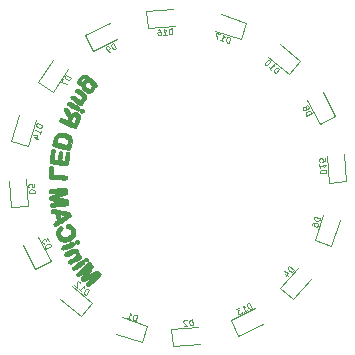
<source format=gbr>
G04 #@! TF.GenerationSoftware,KiCad,Pcbnew,(5.1.4)-1*
G04 #@! TF.CreationDate,2020-07-29T22:37:46-07:00*
G04 #@! TF.ProjectId,Kicad LED Rings_Circular_final_V2,4b696361-6420-44c4-9544-2052696e6773,rev?*
G04 #@! TF.SameCoordinates,Original*
G04 #@! TF.FileFunction,Legend,Bot*
G04 #@! TF.FilePolarity,Positive*
%FSLAX46Y46*%
G04 Gerber Fmt 4.6, Leading zero omitted, Abs format (unit mm)*
G04 Created by KiCad (PCBNEW (5.1.4)-1) date 2020-07-29 22:37:46*
%MOMM*%
%LPD*%
G04 APERTURE LIST*
%ADD10C,0.010000*%
%ADD11C,0.100000*%
G04 APERTURE END LIST*
D10*
G36*
X100435511Y-81966232D02*
G01*
X100421904Y-81892284D01*
X100390016Y-81837667D01*
X100332314Y-81797093D01*
X100241263Y-81765276D01*
X100109329Y-81736930D01*
X99928977Y-81706767D01*
X99927865Y-81706591D01*
X99780136Y-81683409D01*
X99650314Y-81663477D01*
X99549564Y-81648476D01*
X99489055Y-81640087D01*
X99478817Y-81638974D01*
X99489037Y-81629318D01*
X99544793Y-81604705D01*
X99638161Y-81568280D01*
X99761214Y-81523189D01*
X99845706Y-81493384D01*
X99992122Y-81440631D01*
X100122524Y-81390314D01*
X100226112Y-81346852D01*
X100292086Y-81314665D01*
X100307163Y-81304571D01*
X100336704Y-81267131D01*
X100350129Y-81212392D01*
X100350529Y-81123843D01*
X100348346Y-81084657D01*
X100334350Y-80959653D01*
X100305859Y-80880905D01*
X100254198Y-80838527D01*
X100170690Y-80822629D01*
X100117417Y-80821496D01*
X100009399Y-80825019D01*
X99870342Y-80833708D01*
X99710030Y-80846508D01*
X99538247Y-80862365D01*
X99364777Y-80880225D01*
X99199404Y-80899031D01*
X99051911Y-80917730D01*
X98932084Y-80935266D01*
X98849705Y-80950585D01*
X98815336Y-80961868D01*
X98778453Y-81024772D01*
X98774017Y-81107889D01*
X98799921Y-81186803D01*
X98838372Y-81228791D01*
X98868900Y-81244725D01*
X98908417Y-81254268D01*
X98966431Y-81257439D01*
X99052455Y-81254257D01*
X99175999Y-81244742D01*
X99337323Y-81229801D01*
X99487084Y-81216015D01*
X99615630Y-81205307D01*
X99713137Y-81198407D01*
X99769779Y-81196042D01*
X99779977Y-81196960D01*
X99757600Y-81207628D01*
X99690092Y-81231264D01*
X99586469Y-81264904D01*
X99455749Y-81305584D01*
X99375652Y-81329860D01*
X99188269Y-81387816D01*
X99048770Y-81436167D01*
X98950309Y-81479115D01*
X98886039Y-81520861D01*
X98849116Y-81565606D01*
X98832691Y-81617551D01*
X98829706Y-81664883D01*
X98833514Y-81729224D01*
X98849561Y-81779274D01*
X98884789Y-81818142D01*
X98946134Y-81848941D01*
X99040535Y-81874780D01*
X99174933Y-81898771D01*
X99356265Y-81924025D01*
X99428292Y-81933256D01*
X99916262Y-81995056D01*
X99492928Y-82030918D01*
X99302392Y-82047814D01*
X99160134Y-82063025D01*
X99058110Y-82078578D01*
X98988276Y-82096498D01*
X98942589Y-82118812D01*
X98913004Y-82147544D01*
X98892766Y-82182054D01*
X98875580Y-82267515D01*
X98898650Y-82347535D01*
X98954597Y-82402210D01*
X98977634Y-82410946D01*
X99030475Y-82414567D01*
X99128091Y-82411915D01*
X99260487Y-82403995D01*
X99417668Y-82391814D01*
X99589641Y-82376377D01*
X99766410Y-82358689D01*
X99937981Y-82339757D01*
X100094359Y-82320587D01*
X100225551Y-82302183D01*
X100321561Y-82285553D01*
X100372394Y-82271700D01*
X100374873Y-82270343D01*
X100411628Y-82238686D01*
X100430879Y-82191954D01*
X100437850Y-82113238D01*
X100438373Y-82064796D01*
X100435511Y-81966232D01*
X100435511Y-81966232D01*
G37*
X100435511Y-81966232D02*
X100421904Y-81892284D01*
X100390016Y-81837667D01*
X100332314Y-81797093D01*
X100241263Y-81765276D01*
X100109329Y-81736930D01*
X99928977Y-81706767D01*
X99927865Y-81706591D01*
X99780136Y-81683409D01*
X99650314Y-81663477D01*
X99549564Y-81648476D01*
X99489055Y-81640087D01*
X99478817Y-81638974D01*
X99489037Y-81629318D01*
X99544793Y-81604705D01*
X99638161Y-81568280D01*
X99761214Y-81523189D01*
X99845706Y-81493384D01*
X99992122Y-81440631D01*
X100122524Y-81390314D01*
X100226112Y-81346852D01*
X100292086Y-81314665D01*
X100307163Y-81304571D01*
X100336704Y-81267131D01*
X100350129Y-81212392D01*
X100350529Y-81123843D01*
X100348346Y-81084657D01*
X100334350Y-80959653D01*
X100305859Y-80880905D01*
X100254198Y-80838527D01*
X100170690Y-80822629D01*
X100117417Y-80821496D01*
X100009399Y-80825019D01*
X99870342Y-80833708D01*
X99710030Y-80846508D01*
X99538247Y-80862365D01*
X99364777Y-80880225D01*
X99199404Y-80899031D01*
X99051911Y-80917730D01*
X98932084Y-80935266D01*
X98849705Y-80950585D01*
X98815336Y-80961868D01*
X98778453Y-81024772D01*
X98774017Y-81107889D01*
X98799921Y-81186803D01*
X98838372Y-81228791D01*
X98868900Y-81244725D01*
X98908417Y-81254268D01*
X98966431Y-81257439D01*
X99052455Y-81254257D01*
X99175999Y-81244742D01*
X99337323Y-81229801D01*
X99487084Y-81216015D01*
X99615630Y-81205307D01*
X99713137Y-81198407D01*
X99769779Y-81196042D01*
X99779977Y-81196960D01*
X99757600Y-81207628D01*
X99690092Y-81231264D01*
X99586469Y-81264904D01*
X99455749Y-81305584D01*
X99375652Y-81329860D01*
X99188269Y-81387816D01*
X99048770Y-81436167D01*
X98950309Y-81479115D01*
X98886039Y-81520861D01*
X98849116Y-81565606D01*
X98832691Y-81617551D01*
X98829706Y-81664883D01*
X98833514Y-81729224D01*
X98849561Y-81779274D01*
X98884789Y-81818142D01*
X98946134Y-81848941D01*
X99040535Y-81874780D01*
X99174933Y-81898771D01*
X99356265Y-81924025D01*
X99428292Y-81933256D01*
X99916262Y-81995056D01*
X99492928Y-82030918D01*
X99302392Y-82047814D01*
X99160134Y-82063025D01*
X99058110Y-82078578D01*
X98988276Y-82096498D01*
X98942589Y-82118812D01*
X98913004Y-82147544D01*
X98892766Y-82182054D01*
X98875580Y-82267515D01*
X98898650Y-82347535D01*
X98954597Y-82402210D01*
X98977634Y-82410946D01*
X99030475Y-82414567D01*
X99128091Y-82411915D01*
X99260487Y-82403995D01*
X99417668Y-82391814D01*
X99589641Y-82376377D01*
X99766410Y-82358689D01*
X99937981Y-82339757D01*
X100094359Y-82320587D01*
X100225551Y-82302183D01*
X100321561Y-82285553D01*
X100372394Y-82271700D01*
X100374873Y-82270343D01*
X100411628Y-82238686D01*
X100430879Y-82191954D01*
X100437850Y-82113238D01*
X100438373Y-82064796D01*
X100435511Y-81966232D01*
G36*
X100348240Y-79866910D02*
G01*
X100322768Y-79824267D01*
X100263678Y-79792876D01*
X100261984Y-79792178D01*
X100194589Y-79776109D01*
X100076218Y-79761199D01*
X99912337Y-79747958D01*
X99708412Y-79736896D01*
X99638161Y-79733998D01*
X99106059Y-79713524D01*
X99112852Y-79413311D01*
X99116134Y-79258019D01*
X99116691Y-79149261D01*
X99112928Y-79077138D01*
X99103251Y-79031749D01*
X99086066Y-79003195D01*
X99059779Y-78981578D01*
X99041373Y-78969391D01*
X98985927Y-78939567D01*
X98942305Y-78944545D01*
X98901581Y-78968527D01*
X98869280Y-78994076D01*
X98845014Y-79028046D01*
X98827186Y-79078861D01*
X98814197Y-79154941D01*
X98804450Y-79264710D01*
X98796348Y-79416590D01*
X98790795Y-79552611D01*
X98786678Y-79738687D01*
X98790783Y-79871708D01*
X98803241Y-79954480D01*
X98810507Y-79973977D01*
X98862123Y-80030878D01*
X98922631Y-80061511D01*
X98973589Y-80068636D01*
X99071435Y-80076654D01*
X99206629Y-80085001D01*
X99369635Y-80093110D01*
X99550912Y-80100415D01*
X99615732Y-80102639D01*
X99838619Y-80109401D01*
X100011464Y-80112399D01*
X100140615Y-80110263D01*
X100232423Y-80101620D01*
X100293238Y-80085098D01*
X100329411Y-80059325D01*
X100347291Y-80022930D01*
X100353230Y-79974541D01*
X100353706Y-79943220D01*
X100348240Y-79866910D01*
X100348240Y-79866910D01*
G37*
X100348240Y-79866910D02*
X100322768Y-79824267D01*
X100263678Y-79792876D01*
X100261984Y-79792178D01*
X100194589Y-79776109D01*
X100076218Y-79761199D01*
X99912337Y-79747958D01*
X99708412Y-79736896D01*
X99638161Y-79733998D01*
X99106059Y-79713524D01*
X99112852Y-79413311D01*
X99116134Y-79258019D01*
X99116691Y-79149261D01*
X99112928Y-79077138D01*
X99103251Y-79031749D01*
X99086066Y-79003195D01*
X99059779Y-78981578D01*
X99041373Y-78969391D01*
X98985927Y-78939567D01*
X98942305Y-78944545D01*
X98901581Y-78968527D01*
X98869280Y-78994076D01*
X98845014Y-79028046D01*
X98827186Y-79078861D01*
X98814197Y-79154941D01*
X98804450Y-79264710D01*
X98796348Y-79416590D01*
X98790795Y-79552611D01*
X98786678Y-79738687D01*
X98790783Y-79871708D01*
X98803241Y-79954480D01*
X98810507Y-79973977D01*
X98862123Y-80030878D01*
X98922631Y-80061511D01*
X98973589Y-80068636D01*
X99071435Y-80076654D01*
X99206629Y-80085001D01*
X99369635Y-80093110D01*
X99550912Y-80100415D01*
X99615732Y-80102639D01*
X99838619Y-80109401D01*
X100011464Y-80112399D01*
X100140615Y-80110263D01*
X100232423Y-80101620D01*
X100293238Y-80085098D01*
X100329411Y-80059325D01*
X100347291Y-80022930D01*
X100353230Y-79974541D01*
X100353706Y-79943220D01*
X100348240Y-79866910D01*
G36*
X100516551Y-77848724D02*
G01*
X100509064Y-77810395D01*
X100497472Y-77789851D01*
X100436854Y-77753703D01*
X100357597Y-77746764D01*
X100287705Y-77769601D01*
X100270201Y-77785254D01*
X100253449Y-77827956D01*
X100232711Y-77914311D01*
X100210583Y-78031914D01*
X100189660Y-78168360D01*
X100188983Y-78173310D01*
X100141738Y-78520431D01*
X100000778Y-78510500D01*
X99918564Y-78503519D01*
X99864043Y-78496640D01*
X99852223Y-78493498D01*
X99852830Y-78464473D01*
X99860310Y-78391257D01*
X99873350Y-78285504D01*
X99887501Y-78181017D01*
X99908278Y-78031928D01*
X99921355Y-77928620D01*
X99926694Y-77860952D01*
X99924262Y-77818781D01*
X99914021Y-77791969D01*
X99895938Y-77770372D01*
X99886024Y-77760447D01*
X99812846Y-77720636D01*
X99733474Y-77725700D01*
X99669529Y-77773760D01*
X99665606Y-77779598D01*
X99645740Y-77833346D01*
X99623867Y-77928424D01*
X99603042Y-78049947D01*
X99590321Y-78146254D01*
X99555327Y-78449410D01*
X99397128Y-78431928D01*
X99307167Y-78419433D01*
X99241613Y-78405603D01*
X99219927Y-78396883D01*
X99216193Y-78363811D01*
X99219552Y-78285941D01*
X99229208Y-78174365D01*
X99244363Y-78040173D01*
X99247145Y-78018124D01*
X99266841Y-77848577D01*
X99275889Y-77728040D01*
X99274541Y-77650140D01*
X99263300Y-77608901D01*
X99210425Y-77568395D01*
X99134479Y-77552423D01*
X99062002Y-77563584D01*
X99029806Y-77586033D01*
X99011312Y-77631625D01*
X98989366Y-77721519D01*
X98965784Y-77843815D01*
X98942378Y-77986618D01*
X98920963Y-78138030D01*
X98903351Y-78286152D01*
X98891358Y-78419089D01*
X98886799Y-78524063D01*
X98888307Y-78620441D01*
X98897690Y-78676102D01*
X98920872Y-78706736D01*
X98963762Y-78728034D01*
X99016451Y-78741552D01*
X99114332Y-78759953D01*
X99246514Y-78781725D01*
X99402109Y-78805352D01*
X99570227Y-78829323D01*
X99739978Y-78852124D01*
X99900474Y-78872241D01*
X100040823Y-78888161D01*
X100150138Y-78898371D01*
X100211483Y-78901431D01*
X100274736Y-78897609D01*
X100323829Y-78881469D01*
X100361902Y-78846000D01*
X100392094Y-78784189D01*
X100417547Y-78689025D01*
X100441400Y-78553497D01*
X100466793Y-78370592D01*
X100473899Y-78315477D01*
X100496183Y-78135454D01*
X100510476Y-78003093D01*
X100517143Y-77910237D01*
X100516551Y-77848724D01*
X100516551Y-77848724D01*
G37*
X100516551Y-77848724D02*
X100509064Y-77810395D01*
X100497472Y-77789851D01*
X100436854Y-77753703D01*
X100357597Y-77746764D01*
X100287705Y-77769601D01*
X100270201Y-77785254D01*
X100253449Y-77827956D01*
X100232711Y-77914311D01*
X100210583Y-78031914D01*
X100189660Y-78168360D01*
X100188983Y-78173310D01*
X100141738Y-78520431D01*
X100000778Y-78510500D01*
X99918564Y-78503519D01*
X99864043Y-78496640D01*
X99852223Y-78493498D01*
X99852830Y-78464473D01*
X99860310Y-78391257D01*
X99873350Y-78285504D01*
X99887501Y-78181017D01*
X99908278Y-78031928D01*
X99921355Y-77928620D01*
X99926694Y-77860952D01*
X99924262Y-77818781D01*
X99914021Y-77791969D01*
X99895938Y-77770372D01*
X99886024Y-77760447D01*
X99812846Y-77720636D01*
X99733474Y-77725700D01*
X99669529Y-77773760D01*
X99665606Y-77779598D01*
X99645740Y-77833346D01*
X99623867Y-77928424D01*
X99603042Y-78049947D01*
X99590321Y-78146254D01*
X99555327Y-78449410D01*
X99397128Y-78431928D01*
X99307167Y-78419433D01*
X99241613Y-78405603D01*
X99219927Y-78396883D01*
X99216193Y-78363811D01*
X99219552Y-78285941D01*
X99229208Y-78174365D01*
X99244363Y-78040173D01*
X99247145Y-78018124D01*
X99266841Y-77848577D01*
X99275889Y-77728040D01*
X99274541Y-77650140D01*
X99263300Y-77608901D01*
X99210425Y-77568395D01*
X99134479Y-77552423D01*
X99062002Y-77563584D01*
X99029806Y-77586033D01*
X99011312Y-77631625D01*
X98989366Y-77721519D01*
X98965784Y-77843815D01*
X98942378Y-77986618D01*
X98920963Y-78138030D01*
X98903351Y-78286152D01*
X98891358Y-78419089D01*
X98886799Y-78524063D01*
X98888307Y-78620441D01*
X98897690Y-78676102D01*
X98920872Y-78706736D01*
X98963762Y-78728034D01*
X99016451Y-78741552D01*
X99114332Y-78759953D01*
X99246514Y-78781725D01*
X99402109Y-78805352D01*
X99570227Y-78829323D01*
X99739978Y-78852124D01*
X99900474Y-78872241D01*
X100040823Y-78888161D01*
X100150138Y-78898371D01*
X100211483Y-78901431D01*
X100274736Y-78897609D01*
X100323829Y-78881469D01*
X100361902Y-78846000D01*
X100392094Y-78784189D01*
X100417547Y-78689025D01*
X100441400Y-78553497D01*
X100466793Y-78370592D01*
X100473899Y-78315477D01*
X100496183Y-78135454D01*
X100510476Y-78003093D01*
X100517143Y-77910237D01*
X100516551Y-77848724D01*
G36*
X100631094Y-83096215D02*
G01*
X100630169Y-83082078D01*
X100623061Y-83020237D01*
X100606702Y-82970133D01*
X100574789Y-82928911D01*
X100521015Y-82893721D01*
X100439078Y-82861710D01*
X100322673Y-82830024D01*
X100165494Y-82795812D01*
X99961238Y-82756221D01*
X99873928Y-82739909D01*
X99635815Y-82696441D01*
X99446674Y-82664186D01*
X99300231Y-82642789D01*
X99190212Y-82631893D01*
X99110343Y-82631141D01*
X99054350Y-82640177D01*
X99015959Y-82658645D01*
X98988897Y-82686187D01*
X98986529Y-82689488D01*
X98946431Y-82779435D01*
X98961184Y-82860198D01*
X98997919Y-82907866D01*
X99063241Y-82947245D01*
X99159478Y-82976200D01*
X99191861Y-82981578D01*
X99278118Y-82995750D01*
X99341296Y-83011071D01*
X99357928Y-83017976D01*
X99374796Y-83051924D01*
X99397604Y-83128364D01*
X99422718Y-83234161D01*
X99436673Y-83302572D01*
X99459994Y-83433587D01*
X99469882Y-83518181D01*
X99466839Y-83564630D01*
X99453591Y-83580618D01*
X99412664Y-83603367D01*
X99345739Y-83648960D01*
X99300848Y-83682121D01*
X99210364Y-83771783D01*
X99171706Y-83861255D01*
X99186231Y-83945876D01*
X99212965Y-83983927D01*
X99248919Y-84015880D01*
X99290234Y-84032224D01*
X99342864Y-84030566D01*
X99412766Y-84008514D01*
X99505895Y-83963677D01*
X99628207Y-83893661D01*
X99769868Y-83805864D01*
X99769868Y-83378769D01*
X99769719Y-83378629D01*
X99751573Y-83338799D01*
X99731671Y-83265274D01*
X99715196Y-83180373D01*
X99707484Y-83110578D01*
X99716832Y-83061490D01*
X99742010Y-83058416D01*
X99787974Y-83068639D01*
X99871526Y-83081319D01*
X99968181Y-83092988D01*
X100065515Y-83106228D01*
X100138278Y-83121399D01*
X100170418Y-83135018D01*
X100154502Y-83157754D01*
X100102138Y-83198307D01*
X100026935Y-83248403D01*
X99942500Y-83299769D01*
X99862439Y-83344134D01*
X99800360Y-83373225D01*
X99769868Y-83378769D01*
X99769868Y-83805864D01*
X99785658Y-83796077D01*
X99961308Y-83683362D01*
X100158234Y-83555668D01*
X100312805Y-83454132D01*
X100430048Y-83374234D01*
X100514989Y-83311456D01*
X100572655Y-83261280D01*
X100608072Y-83219186D01*
X100626266Y-83180656D01*
X100632265Y-83141172D01*
X100631094Y-83096215D01*
X100631094Y-83096215D01*
G37*
X100631094Y-83096215D02*
X100630169Y-83082078D01*
X100623061Y-83020237D01*
X100606702Y-82970133D01*
X100574789Y-82928911D01*
X100521015Y-82893721D01*
X100439078Y-82861710D01*
X100322673Y-82830024D01*
X100165494Y-82795812D01*
X99961238Y-82756221D01*
X99873928Y-82739909D01*
X99635815Y-82696441D01*
X99446674Y-82664186D01*
X99300231Y-82642789D01*
X99190212Y-82631893D01*
X99110343Y-82631141D01*
X99054350Y-82640177D01*
X99015959Y-82658645D01*
X98988897Y-82686187D01*
X98986529Y-82689488D01*
X98946431Y-82779435D01*
X98961184Y-82860198D01*
X98997919Y-82907866D01*
X99063241Y-82947245D01*
X99159478Y-82976200D01*
X99191861Y-82981578D01*
X99278118Y-82995750D01*
X99341296Y-83011071D01*
X99357928Y-83017976D01*
X99374796Y-83051924D01*
X99397604Y-83128364D01*
X99422718Y-83234161D01*
X99436673Y-83302572D01*
X99459994Y-83433587D01*
X99469882Y-83518181D01*
X99466839Y-83564630D01*
X99453591Y-83580618D01*
X99412664Y-83603367D01*
X99345739Y-83648960D01*
X99300848Y-83682121D01*
X99210364Y-83771783D01*
X99171706Y-83861255D01*
X99186231Y-83945876D01*
X99212965Y-83983927D01*
X99248919Y-84015880D01*
X99290234Y-84032224D01*
X99342864Y-84030566D01*
X99412766Y-84008514D01*
X99505895Y-83963677D01*
X99628207Y-83893661D01*
X99769868Y-83805864D01*
X99769868Y-83378769D01*
X99769719Y-83378629D01*
X99751573Y-83338799D01*
X99731671Y-83265274D01*
X99715196Y-83180373D01*
X99707484Y-83110578D01*
X99716832Y-83061490D01*
X99742010Y-83058416D01*
X99787974Y-83068639D01*
X99871526Y-83081319D01*
X99968181Y-83092988D01*
X100065515Y-83106228D01*
X100138278Y-83121399D01*
X100170418Y-83135018D01*
X100154502Y-83157754D01*
X100102138Y-83198307D01*
X100026935Y-83248403D01*
X99942500Y-83299769D01*
X99862439Y-83344134D01*
X99800360Y-83373225D01*
X99769868Y-83378769D01*
X99769868Y-83805864D01*
X99785658Y-83796077D01*
X99961308Y-83683362D01*
X100158234Y-83555668D01*
X100312805Y-83454132D01*
X100430048Y-83374234D01*
X100514989Y-83311456D01*
X100572655Y-83261280D01*
X100608072Y-83219186D01*
X100626266Y-83180656D01*
X100632265Y-83141172D01*
X100631094Y-83096215D01*
G36*
X100707962Y-76603126D02*
G01*
X100644467Y-76469713D01*
X100542136Y-76357671D01*
X100468307Y-76302638D01*
X100306551Y-76218327D01*
X100123826Y-76160463D01*
X99935024Y-76130920D01*
X99755039Y-76131571D01*
X99598767Y-76164293D01*
X99546531Y-76186628D01*
X99444198Y-76248785D01*
X99362550Y-76324070D01*
X99296012Y-76421868D01*
X99239009Y-76551562D01*
X99185966Y-76722539D01*
X99154118Y-76847212D01*
X99119732Y-76990551D01*
X99098161Y-77089627D01*
X99088947Y-77155038D01*
X99091633Y-77197381D01*
X99105761Y-77227256D01*
X99130876Y-77255260D01*
X99136288Y-77260680D01*
X99187748Y-77288992D01*
X99294863Y-77326665D01*
X99457625Y-77373699D01*
X99676025Y-77430090D01*
X99792455Y-77458517D01*
X99972156Y-77501122D01*
X100136024Y-77538764D01*
X100275186Y-77569502D01*
X100302615Y-77575189D01*
X100302615Y-77197149D01*
X100258630Y-77185875D01*
X100171290Y-77164497D01*
X100052190Y-77135821D01*
X99912924Y-77102652D01*
X99873928Y-77093423D01*
X99734001Y-77059832D01*
X99613894Y-77030027D01*
X99524272Y-77006726D01*
X99475798Y-76992649D01*
X99470896Y-76990643D01*
X99460686Y-76955741D01*
X99466584Y-76884302D01*
X99485814Y-76792983D01*
X99515604Y-76698438D01*
X99522504Y-76680805D01*
X99576600Y-76601392D01*
X99651182Y-76543308D01*
X99765755Y-76510204D01*
X99905688Y-76507851D01*
X100054011Y-76532385D01*
X100193755Y-76579944D01*
X100307949Y-76646665D01*
X100365952Y-76705999D01*
X100394723Y-76775449D01*
X100407412Y-76867827D01*
X100405792Y-76969379D01*
X100391637Y-77066353D01*
X100366720Y-77144993D01*
X100332816Y-77191547D01*
X100302615Y-77197149D01*
X100302615Y-77575189D01*
X100380770Y-77591395D01*
X100443906Y-77602502D01*
X100455166Y-77603491D01*
X100509410Y-77591472D01*
X100555197Y-77551331D01*
X100596343Y-77476089D01*
X100636667Y-77358767D01*
X100679939Y-77192588D01*
X100724248Y-76958465D01*
X100734072Y-76764010D01*
X100707962Y-76603126D01*
X100707962Y-76603126D01*
G37*
X100707962Y-76603126D02*
X100644467Y-76469713D01*
X100542136Y-76357671D01*
X100468307Y-76302638D01*
X100306551Y-76218327D01*
X100123826Y-76160463D01*
X99935024Y-76130920D01*
X99755039Y-76131571D01*
X99598767Y-76164293D01*
X99546531Y-76186628D01*
X99444198Y-76248785D01*
X99362550Y-76324070D01*
X99296012Y-76421868D01*
X99239009Y-76551562D01*
X99185966Y-76722539D01*
X99154118Y-76847212D01*
X99119732Y-76990551D01*
X99098161Y-77089627D01*
X99088947Y-77155038D01*
X99091633Y-77197381D01*
X99105761Y-77227256D01*
X99130876Y-77255260D01*
X99136288Y-77260680D01*
X99187748Y-77288992D01*
X99294863Y-77326665D01*
X99457625Y-77373699D01*
X99676025Y-77430090D01*
X99792455Y-77458517D01*
X99972156Y-77501122D01*
X100136024Y-77538764D01*
X100275186Y-77569502D01*
X100302615Y-77575189D01*
X100302615Y-77197149D01*
X100258630Y-77185875D01*
X100171290Y-77164497D01*
X100052190Y-77135821D01*
X99912924Y-77102652D01*
X99873928Y-77093423D01*
X99734001Y-77059832D01*
X99613894Y-77030027D01*
X99524272Y-77006726D01*
X99475798Y-76992649D01*
X99470896Y-76990643D01*
X99460686Y-76955741D01*
X99466584Y-76884302D01*
X99485814Y-76792983D01*
X99515604Y-76698438D01*
X99522504Y-76680805D01*
X99576600Y-76601392D01*
X99651182Y-76543308D01*
X99765755Y-76510204D01*
X99905688Y-76507851D01*
X100054011Y-76532385D01*
X100193755Y-76579944D01*
X100307949Y-76646665D01*
X100365952Y-76705999D01*
X100394723Y-76775449D01*
X100407412Y-76867827D01*
X100405792Y-76969379D01*
X100391637Y-77066353D01*
X100366720Y-77144993D01*
X100332816Y-77191547D01*
X100302615Y-77197149D01*
X100302615Y-77575189D01*
X100380770Y-77591395D01*
X100443906Y-77602502D01*
X100455166Y-77603491D01*
X100509410Y-77591472D01*
X100555197Y-77551331D01*
X100596343Y-77476089D01*
X100636667Y-77358767D01*
X100679939Y-77192588D01*
X100724248Y-76958465D01*
X100734072Y-76764010D01*
X100707962Y-76603126D01*
G36*
X100988639Y-84408311D02*
G01*
X100924259Y-84235379D01*
X100825535Y-84090811D01*
X100698445Y-83981640D01*
X100548963Y-83914899D01*
X100413073Y-83896764D01*
X100303438Y-83915242D01*
X100236304Y-83970141D01*
X100212625Y-84060663D01*
X100212595Y-84064658D01*
X100222384Y-84129782D01*
X100258647Y-84177530D01*
X100331726Y-84216701D01*
X100430115Y-84249704D01*
X100556018Y-84300869D01*
X100637731Y-84371054D01*
X100686834Y-84470581D01*
X100690091Y-84481476D01*
X100702008Y-84613240D01*
X100660494Y-84732427D01*
X100567682Y-84836409D01*
X100425701Y-84922557D01*
X100291776Y-84972811D01*
X100183203Y-85003910D01*
X100109105Y-85017831D01*
X100050624Y-85015881D01*
X99988903Y-84999366D01*
X99975381Y-84994734D01*
X99868559Y-84933324D01*
X99785227Y-84839964D01*
X99738455Y-84731538D01*
X99732817Y-84681411D01*
X99759488Y-84555315D01*
X99835190Y-84431751D01*
X99885358Y-84378678D01*
X99941608Y-84298031D01*
X99953884Y-84214532D01*
X99928057Y-84141087D01*
X99869994Y-84090604D01*
X99785567Y-84075992D01*
X99750391Y-84081862D01*
X99668316Y-84123324D01*
X99580171Y-84199741D01*
X99502746Y-84294460D01*
X99461342Y-84368580D01*
X99435833Y-84469683D01*
X99425880Y-84602557D01*
X99431262Y-84744776D01*
X99451761Y-84873916D01*
X99466774Y-84924315D01*
X99557487Y-85096600D01*
X99686834Y-85229302D01*
X99850802Y-85319808D01*
X100045374Y-85365508D01*
X100153113Y-85370737D01*
X100377238Y-85346265D01*
X100575761Y-85279493D01*
X100743456Y-85175089D01*
X100875101Y-85037723D01*
X100965469Y-84872063D01*
X101009336Y-84682778D01*
X101012703Y-84602573D01*
X100988639Y-84408311D01*
X100988639Y-84408311D01*
G37*
X100988639Y-84408311D02*
X100924259Y-84235379D01*
X100825535Y-84090811D01*
X100698445Y-83981640D01*
X100548963Y-83914899D01*
X100413073Y-83896764D01*
X100303438Y-83915242D01*
X100236304Y-83970141D01*
X100212625Y-84060663D01*
X100212595Y-84064658D01*
X100222384Y-84129782D01*
X100258647Y-84177530D01*
X100331726Y-84216701D01*
X100430115Y-84249704D01*
X100556018Y-84300869D01*
X100637731Y-84371054D01*
X100686834Y-84470581D01*
X100690091Y-84481476D01*
X100702008Y-84613240D01*
X100660494Y-84732427D01*
X100567682Y-84836409D01*
X100425701Y-84922557D01*
X100291776Y-84972811D01*
X100183203Y-85003910D01*
X100109105Y-85017831D01*
X100050624Y-85015881D01*
X99988903Y-84999366D01*
X99975381Y-84994734D01*
X99868559Y-84933324D01*
X99785227Y-84839964D01*
X99738455Y-84731538D01*
X99732817Y-84681411D01*
X99759488Y-84555315D01*
X99835190Y-84431751D01*
X99885358Y-84378678D01*
X99941608Y-84298031D01*
X99953884Y-84214532D01*
X99928057Y-84141087D01*
X99869994Y-84090604D01*
X99785567Y-84075992D01*
X99750391Y-84081862D01*
X99668316Y-84123324D01*
X99580171Y-84199741D01*
X99502746Y-84294460D01*
X99461342Y-84368580D01*
X99435833Y-84469683D01*
X99425880Y-84602557D01*
X99431262Y-84744776D01*
X99451761Y-84873916D01*
X99466774Y-84924315D01*
X99557487Y-85096600D01*
X99686834Y-85229302D01*
X99850802Y-85319808D01*
X100045374Y-85365508D01*
X100153113Y-85370737D01*
X100377238Y-85346265D01*
X100575761Y-85279493D01*
X100743456Y-85175089D01*
X100875101Y-85037723D01*
X100965469Y-84872063D01*
X101009336Y-84682778D01*
X101012703Y-84602573D01*
X100988639Y-84408311D01*
G36*
X101400719Y-74692764D02*
G01*
X101334422Y-74570384D01*
X101230439Y-74478348D01*
X101094371Y-74424692D01*
X100992037Y-74414203D01*
X100892205Y-74425861D01*
X100794741Y-74456214D01*
X100715250Y-74498115D01*
X100669339Y-74544415D01*
X100663793Y-74564566D01*
X100652365Y-74559088D01*
X100622778Y-74512870D01*
X100582273Y-74437524D01*
X100501863Y-74295969D01*
X100416709Y-74175057D01*
X100334778Y-74084560D01*
X100264037Y-74034250D01*
X100249347Y-74029175D01*
X100171371Y-74033042D01*
X100113612Y-74058859D01*
X100054236Y-74127200D01*
X100043734Y-74220151D01*
X100081860Y-74334508D01*
X100142065Y-74432183D01*
X100257045Y-74596798D01*
X100337899Y-74726216D01*
X100387613Y-74827768D01*
X100409175Y-74908785D01*
X100405572Y-74976597D01*
X100385210Y-75028854D01*
X100368485Y-75055613D01*
X100346710Y-75067486D01*
X100308455Y-75062832D01*
X100242292Y-75040009D01*
X100136790Y-74997374D01*
X100121090Y-74990908D01*
X100009346Y-74947467D01*
X99911658Y-74914138D01*
X99843809Y-74896133D01*
X99828914Y-74894392D01*
X99754248Y-74918714D01*
X99697074Y-74980876D01*
X99668961Y-75062583D01*
X99676924Y-75134744D01*
X99690293Y-75165365D01*
X99709888Y-75192687D01*
X99742276Y-75220277D01*
X99794022Y-75251701D01*
X99871692Y-75290528D01*
X99981852Y-75340323D01*
X100131069Y-75404655D01*
X100324020Y-75486294D01*
X100533990Y-75574254D01*
X100698627Y-75641167D01*
X100824355Y-75688506D01*
X100917599Y-75717747D01*
X100919043Y-75718018D01*
X100919043Y-75325569D01*
X100894601Y-75319994D01*
X100838357Y-75293151D01*
X100759177Y-75258462D01*
X100741762Y-75251161D01*
X100675618Y-75221028D01*
X100638705Y-75199050D01*
X100635928Y-75195161D01*
X100646535Y-75164989D01*
X100674022Y-75099132D01*
X100703734Y-75031443D01*
X100752720Y-74935948D01*
X100808144Y-74848759D01*
X100860298Y-74783397D01*
X100899476Y-74753383D01*
X100903811Y-74752764D01*
X100935208Y-74763197D01*
X100988055Y-74785825D01*
X101049777Y-74830774D01*
X101076265Y-74898084D01*
X101068133Y-74995170D01*
X101025994Y-75129450D01*
X101018151Y-75149768D01*
X100976325Y-75250337D01*
X100945422Y-75305999D01*
X100919043Y-75325569D01*
X100919043Y-75718018D01*
X100984781Y-75730363D01*
X101032325Y-75727829D01*
X101066654Y-75711620D01*
X101094194Y-75683211D01*
X101106689Y-75665962D01*
X101144670Y-75599359D01*
X101195586Y-75494655D01*
X101252955Y-75366750D01*
X101310299Y-75230545D01*
X101361138Y-75100940D01*
X101397853Y-74996418D01*
X101423729Y-74837454D01*
X101400719Y-74692764D01*
X101400719Y-74692764D01*
G37*
X101400719Y-74692764D02*
X101334422Y-74570384D01*
X101230439Y-74478348D01*
X101094371Y-74424692D01*
X100992037Y-74414203D01*
X100892205Y-74425861D01*
X100794741Y-74456214D01*
X100715250Y-74498115D01*
X100669339Y-74544415D01*
X100663793Y-74564566D01*
X100652365Y-74559088D01*
X100622778Y-74512870D01*
X100582273Y-74437524D01*
X100501863Y-74295969D01*
X100416709Y-74175057D01*
X100334778Y-74084560D01*
X100264037Y-74034250D01*
X100249347Y-74029175D01*
X100171371Y-74033042D01*
X100113612Y-74058859D01*
X100054236Y-74127200D01*
X100043734Y-74220151D01*
X100081860Y-74334508D01*
X100142065Y-74432183D01*
X100257045Y-74596798D01*
X100337899Y-74726216D01*
X100387613Y-74827768D01*
X100409175Y-74908785D01*
X100405572Y-74976597D01*
X100385210Y-75028854D01*
X100368485Y-75055613D01*
X100346710Y-75067486D01*
X100308455Y-75062832D01*
X100242292Y-75040009D01*
X100136790Y-74997374D01*
X100121090Y-74990908D01*
X100009346Y-74947467D01*
X99911658Y-74914138D01*
X99843809Y-74896133D01*
X99828914Y-74894392D01*
X99754248Y-74918714D01*
X99697074Y-74980876D01*
X99668961Y-75062583D01*
X99676924Y-75134744D01*
X99690293Y-75165365D01*
X99709888Y-75192687D01*
X99742276Y-75220277D01*
X99794022Y-75251701D01*
X99871692Y-75290528D01*
X99981852Y-75340323D01*
X100131069Y-75404655D01*
X100324020Y-75486294D01*
X100533990Y-75574254D01*
X100698627Y-75641167D01*
X100824355Y-75688506D01*
X100917599Y-75717747D01*
X100919043Y-75718018D01*
X100919043Y-75325569D01*
X100894601Y-75319994D01*
X100838357Y-75293151D01*
X100759177Y-75258462D01*
X100741762Y-75251161D01*
X100675618Y-75221028D01*
X100638705Y-75199050D01*
X100635928Y-75195161D01*
X100646535Y-75164989D01*
X100674022Y-75099132D01*
X100703734Y-75031443D01*
X100752720Y-74935948D01*
X100808144Y-74848759D01*
X100860298Y-74783397D01*
X100899476Y-74753383D01*
X100903811Y-74752764D01*
X100935208Y-74763197D01*
X100988055Y-74785825D01*
X101049777Y-74830774D01*
X101076265Y-74898084D01*
X101068133Y-74995170D01*
X101025994Y-75129450D01*
X101018151Y-75149768D01*
X100976325Y-75250337D01*
X100945422Y-75305999D01*
X100919043Y-75325569D01*
X100919043Y-75718018D01*
X100984781Y-75730363D01*
X101032325Y-75727829D01*
X101066654Y-75711620D01*
X101094194Y-75683211D01*
X101106689Y-75665962D01*
X101144670Y-75599359D01*
X101195586Y-75494655D01*
X101252955Y-75366750D01*
X101310299Y-75230545D01*
X101361138Y-75100940D01*
X101397853Y-74996418D01*
X101423729Y-74837454D01*
X101400719Y-74692764D01*
G36*
X100963266Y-85512001D02*
G01*
X100930662Y-85455266D01*
X100861019Y-85402061D01*
X100801965Y-85392542D01*
X100749338Y-85403397D01*
X100657043Y-85432835D01*
X100536837Y-85476168D01*
X100400473Y-85528706D01*
X100259709Y-85585761D01*
X100126300Y-85642644D01*
X100012001Y-85694665D01*
X99928569Y-85737135D01*
X99909206Y-85748639D01*
X99863087Y-85806883D01*
X99844348Y-85889487D01*
X99855983Y-85970277D01*
X99879573Y-86007786D01*
X99928181Y-86034417D01*
X100002206Y-86037960D01*
X100107277Y-86017217D01*
X100249022Y-85970991D01*
X100433070Y-85898086D01*
X100471544Y-85881859D01*
X100660461Y-85799022D01*
X100800535Y-85730291D01*
X100896310Y-85671445D01*
X100952328Y-85618262D01*
X100973132Y-85566521D01*
X100963266Y-85512001D01*
X100963266Y-85512001D01*
G37*
X100963266Y-85512001D02*
X100930662Y-85455266D01*
X100861019Y-85402061D01*
X100801965Y-85392542D01*
X100749338Y-85403397D01*
X100657043Y-85432835D01*
X100536837Y-85476168D01*
X100400473Y-85528706D01*
X100259709Y-85585761D01*
X100126300Y-85642644D01*
X100012001Y-85694665D01*
X99928569Y-85737135D01*
X99909206Y-85748639D01*
X99863087Y-85806883D01*
X99844348Y-85889487D01*
X99855983Y-85970277D01*
X99879573Y-86007786D01*
X99928181Y-86034417D01*
X100002206Y-86037960D01*
X100107277Y-86017217D01*
X100249022Y-85970991D01*
X100433070Y-85898086D01*
X100471544Y-85881859D01*
X100660461Y-85799022D01*
X100800535Y-85730291D01*
X100896310Y-85671445D01*
X100952328Y-85618262D01*
X100973132Y-85566521D01*
X100963266Y-85512001D01*
G36*
X101518695Y-86625616D02*
G01*
X101500059Y-86593143D01*
X101433550Y-86533200D01*
X101380107Y-86521431D01*
X101328493Y-86514286D01*
X101318659Y-86481188D01*
X101325117Y-86449818D01*
X101328126Y-86344531D01*
X101296755Y-86223393D01*
X101238079Y-86108864D01*
X101203728Y-86064430D01*
X101145529Y-86009945D01*
X101080819Y-85980154D01*
X100986408Y-85965112D01*
X100968388Y-85963525D01*
X100899100Y-85959666D01*
X100839832Y-85963880D01*
X100777781Y-85980303D01*
X100700147Y-86013074D01*
X100594131Y-86066331D01*
X100505036Y-86113310D01*
X100381848Y-86180005D01*
X100273594Y-86240975D01*
X100192031Y-86289441D01*
X100149095Y-86318472D01*
X100112939Y-86379546D01*
X100100614Y-86462827D01*
X100113810Y-86540690D01*
X100133573Y-86572231D01*
X100199320Y-86602779D01*
X100298596Y-86594677D01*
X100433601Y-86547448D01*
X100579484Y-86475428D01*
X100726572Y-86397794D01*
X100834076Y-86346968D01*
X100910739Y-86320599D01*
X100965306Y-86316337D01*
X101006523Y-86331831D01*
X101032571Y-86353629D01*
X101080302Y-86437240D01*
X101078443Y-86531605D01*
X101048526Y-86592143D01*
X101008878Y-86627179D01*
X100931418Y-86681128D01*
X100828015Y-86746116D01*
X100731026Y-86802778D01*
X100610274Y-86871899D01*
X100530236Y-86921838D01*
X100482141Y-86960561D01*
X100457216Y-86996036D01*
X100446690Y-87036231D01*
X100443826Y-87063638D01*
X100445826Y-87141382D01*
X100475575Y-87190565D01*
X100505944Y-87213515D01*
X100540699Y-87233622D01*
X100575836Y-87243512D01*
X100619036Y-87240515D01*
X100677977Y-87221959D01*
X100760340Y-87185175D01*
X100873805Y-87127491D01*
X101026052Y-87046236D01*
X101096662Y-87008088D01*
X101266563Y-86913860D01*
X101390163Y-86838486D01*
X101472320Y-86776970D01*
X101517889Y-86724318D01*
X101531728Y-86675532D01*
X101518695Y-86625616D01*
X101518695Y-86625616D01*
G37*
X101518695Y-86625616D02*
X101500059Y-86593143D01*
X101433550Y-86533200D01*
X101380107Y-86521431D01*
X101328493Y-86514286D01*
X101318659Y-86481188D01*
X101325117Y-86449818D01*
X101328126Y-86344531D01*
X101296755Y-86223393D01*
X101238079Y-86108864D01*
X101203728Y-86064430D01*
X101145529Y-86009945D01*
X101080819Y-85980154D01*
X100986408Y-85965112D01*
X100968388Y-85963525D01*
X100899100Y-85959666D01*
X100839832Y-85963880D01*
X100777781Y-85980303D01*
X100700147Y-86013074D01*
X100594131Y-86066331D01*
X100505036Y-86113310D01*
X100381848Y-86180005D01*
X100273594Y-86240975D01*
X100192031Y-86289441D01*
X100149095Y-86318472D01*
X100112939Y-86379546D01*
X100100614Y-86462827D01*
X100113810Y-86540690D01*
X100133573Y-86572231D01*
X100199320Y-86602779D01*
X100298596Y-86594677D01*
X100433601Y-86547448D01*
X100579484Y-86475428D01*
X100726572Y-86397794D01*
X100834076Y-86346968D01*
X100910739Y-86320599D01*
X100965306Y-86316337D01*
X101006523Y-86331831D01*
X101032571Y-86353629D01*
X101080302Y-86437240D01*
X101078443Y-86531605D01*
X101048526Y-86592143D01*
X101008878Y-86627179D01*
X100931418Y-86681128D01*
X100828015Y-86746116D01*
X100731026Y-86802778D01*
X100610274Y-86871899D01*
X100530236Y-86921838D01*
X100482141Y-86960561D01*
X100457216Y-86996036D01*
X100446690Y-87036231D01*
X100443826Y-87063638D01*
X100445826Y-87141382D01*
X100475575Y-87190565D01*
X100505944Y-87213515D01*
X100540699Y-87233622D01*
X100575836Y-87243512D01*
X100619036Y-87240515D01*
X100677977Y-87221959D01*
X100760340Y-87185175D01*
X100873805Y-87127491D01*
X101026052Y-87046236D01*
X101096662Y-87008088D01*
X101266563Y-86913860D01*
X101390163Y-86838486D01*
X101472320Y-86776970D01*
X101517889Y-86724318D01*
X101531728Y-86675532D01*
X101518695Y-86625616D01*
G36*
X101384239Y-74032790D02*
G01*
X101348540Y-73984393D01*
X101306866Y-73955871D01*
X101225670Y-73906752D01*
X101115218Y-73843028D01*
X100985779Y-73770689D01*
X100929968Y-73740130D01*
X100754085Y-73647572D01*
X100618487Y-73584656D01*
X100516435Y-73549800D01*
X100441192Y-73541422D01*
X100386018Y-73557941D01*
X100344176Y-73597775D01*
X100341195Y-73601933D01*
X100303376Y-73671110D01*
X100307049Y-73728889D01*
X100339405Y-73784372D01*
X100381000Y-73821317D01*
X100462249Y-73876358D01*
X100572332Y-73943595D01*
X100700428Y-74017131D01*
X100835718Y-74091067D01*
X100967382Y-74159504D01*
X101084601Y-74216543D01*
X101176555Y-74256286D01*
X101232423Y-74272834D01*
X101235654Y-74272986D01*
X101315326Y-74249380D01*
X101371129Y-74190021D01*
X101396341Y-74112095D01*
X101384239Y-74032790D01*
X101384239Y-74032790D01*
G37*
X101384239Y-74032790D02*
X101348540Y-73984393D01*
X101306866Y-73955871D01*
X101225670Y-73906752D01*
X101115218Y-73843028D01*
X100985779Y-73770689D01*
X100929968Y-73740130D01*
X100754085Y-73647572D01*
X100618487Y-73584656D01*
X100516435Y-73549800D01*
X100441192Y-73541422D01*
X100386018Y-73557941D01*
X100344176Y-73597775D01*
X100341195Y-73601933D01*
X100303376Y-73671110D01*
X100307049Y-73728889D01*
X100339405Y-73784372D01*
X100381000Y-73821317D01*
X100462249Y-73876358D01*
X100572332Y-73943595D01*
X100700428Y-74017131D01*
X100835718Y-74091067D01*
X100967382Y-74159504D01*
X101084601Y-74216543D01*
X101176555Y-74256286D01*
X101232423Y-74272834D01*
X101235654Y-74272986D01*
X101315326Y-74249380D01*
X101371129Y-74190021D01*
X101396341Y-74112095D01*
X101384239Y-74032790D01*
G36*
X101937924Y-72968386D02*
G01*
X101916985Y-72920748D01*
X101874196Y-72872094D01*
X101796161Y-72804138D01*
X101693699Y-72724395D01*
X101577631Y-72640383D01*
X101458775Y-72559616D01*
X101347950Y-72489610D01*
X101255977Y-72437882D01*
X101193673Y-72411948D01*
X101182209Y-72410320D01*
X101112739Y-72430623D01*
X101047433Y-72479645D01*
X101007205Y-72539559D01*
X101002817Y-72563234D01*
X101009534Y-72613146D01*
X101034562Y-72661285D01*
X101085223Y-72715367D01*
X101168837Y-72783108D01*
X101292724Y-72872223D01*
X101302304Y-72878911D01*
X101412325Y-72958080D01*
X101507526Y-73031128D01*
X101576626Y-73089120D01*
X101606230Y-73119635D01*
X101633503Y-73198046D01*
X101608267Y-73270030D01*
X101534329Y-73325421D01*
X101528082Y-73328141D01*
X101467337Y-73345712D01*
X101404089Y-73343266D01*
X101328792Y-73317122D01*
X101231901Y-73263598D01*
X101103871Y-73179012D01*
X101057314Y-73146573D01*
X100921177Y-73059690D01*
X100815637Y-73013808D01*
X100734144Y-73007432D01*
X100670148Y-73039067D01*
X100654414Y-73054598D01*
X100612099Y-73136863D01*
X100624452Y-73225430D01*
X100671206Y-73294419D01*
X100717206Y-73334788D01*
X100799937Y-73398417D01*
X100908942Y-73477592D01*
X101033768Y-73564596D01*
X101077759Y-73594458D01*
X101236978Y-73698597D01*
X101358879Y-73769274D01*
X101450294Y-73808189D01*
X101518060Y-73817044D01*
X101569011Y-73797538D01*
X101609982Y-73751372D01*
X101622767Y-73730057D01*
X101649722Y-73664651D01*
X101640530Y-73613516D01*
X101631734Y-73598020D01*
X101614159Y-73557692D01*
X101636670Y-73536514D01*
X101677206Y-73525744D01*
X101762473Y-73484925D01*
X101849988Y-73407700D01*
X101921876Y-73310399D01*
X101930702Y-73294120D01*
X101957101Y-73197916D01*
X101959159Y-73079828D01*
X101937924Y-72968386D01*
X101937924Y-72968386D01*
G37*
X101937924Y-72968386D02*
X101916985Y-72920748D01*
X101874196Y-72872094D01*
X101796161Y-72804138D01*
X101693699Y-72724395D01*
X101577631Y-72640383D01*
X101458775Y-72559616D01*
X101347950Y-72489610D01*
X101255977Y-72437882D01*
X101193673Y-72411948D01*
X101182209Y-72410320D01*
X101112739Y-72430623D01*
X101047433Y-72479645D01*
X101007205Y-72539559D01*
X101002817Y-72563234D01*
X101009534Y-72613146D01*
X101034562Y-72661285D01*
X101085223Y-72715367D01*
X101168837Y-72783108D01*
X101292724Y-72872223D01*
X101302304Y-72878911D01*
X101412325Y-72958080D01*
X101507526Y-73031128D01*
X101576626Y-73089120D01*
X101606230Y-73119635D01*
X101633503Y-73198046D01*
X101608267Y-73270030D01*
X101534329Y-73325421D01*
X101528082Y-73328141D01*
X101467337Y-73345712D01*
X101404089Y-73343266D01*
X101328792Y-73317122D01*
X101231901Y-73263598D01*
X101103871Y-73179012D01*
X101057314Y-73146573D01*
X100921177Y-73059690D01*
X100815637Y-73013808D01*
X100734144Y-73007432D01*
X100670148Y-73039067D01*
X100654414Y-73054598D01*
X100612099Y-73136863D01*
X100624452Y-73225430D01*
X100671206Y-73294419D01*
X100717206Y-73334788D01*
X100799937Y-73398417D01*
X100908942Y-73477592D01*
X101033768Y-73564596D01*
X101077759Y-73594458D01*
X101236978Y-73698597D01*
X101358879Y-73769274D01*
X101450294Y-73808189D01*
X101518060Y-73817044D01*
X101569011Y-73797538D01*
X101609982Y-73751372D01*
X101622767Y-73730057D01*
X101649722Y-73664651D01*
X101640530Y-73613516D01*
X101631734Y-73598020D01*
X101614159Y-73557692D01*
X101636670Y-73536514D01*
X101677206Y-73525744D01*
X101762473Y-73484925D01*
X101849988Y-73407700D01*
X101921876Y-73310399D01*
X101930702Y-73294120D01*
X101957101Y-73197916D01*
X101959159Y-73079828D01*
X101937924Y-72968386D01*
G36*
X101779630Y-87009318D02*
G01*
X101759173Y-86978631D01*
X101712868Y-86947958D01*
X101653927Y-86941640D01*
X101576129Y-86962048D01*
X101473251Y-87011554D01*
X101339073Y-87092529D01*
X101177767Y-87200197D01*
X101009284Y-87318524D01*
X100885568Y-87413113D01*
X100802865Y-87489068D01*
X100757421Y-87551491D01*
X100745485Y-87605487D01*
X100763302Y-87656160D01*
X100805262Y-87706764D01*
X100865742Y-87748977D01*
X100915764Y-87763209D01*
X100955862Y-87748204D01*
X101032306Y-87707444D01*
X101135037Y-87647306D01*
X101253995Y-87574169D01*
X101379123Y-87494411D01*
X101500362Y-87414412D01*
X101607654Y-87340551D01*
X101690939Y-87279205D01*
X101729540Y-87247152D01*
X101775670Y-87176339D01*
X101793249Y-87089062D01*
X101779630Y-87009318D01*
X101779630Y-87009318D01*
G37*
X101779630Y-87009318D02*
X101759173Y-86978631D01*
X101712868Y-86947958D01*
X101653927Y-86941640D01*
X101576129Y-86962048D01*
X101473251Y-87011554D01*
X101339073Y-87092529D01*
X101177767Y-87200197D01*
X101009284Y-87318524D01*
X100885568Y-87413113D01*
X100802865Y-87489068D01*
X100757421Y-87551491D01*
X100745485Y-87605487D01*
X100763302Y-87656160D01*
X100805262Y-87706764D01*
X100865742Y-87748977D01*
X100915764Y-87763209D01*
X100955862Y-87748204D01*
X101032306Y-87707444D01*
X101135037Y-87647306D01*
X101253995Y-87574169D01*
X101379123Y-87494411D01*
X101500362Y-87414412D01*
X101607654Y-87340551D01*
X101690939Y-87279205D01*
X101729540Y-87247152D01*
X101775670Y-87176339D01*
X101793249Y-87089062D01*
X101779630Y-87009318D01*
G36*
X101334039Y-85358354D02*
G01*
X101312381Y-85314931D01*
X101251070Y-85252705D01*
X101168922Y-85226287D01*
X101086936Y-85239571D01*
X101048691Y-85266034D01*
X101009575Y-85340614D01*
X101009198Y-85429600D01*
X101046729Y-85507146D01*
X101056766Y-85517283D01*
X101136479Y-85556279D01*
X101222073Y-85548169D01*
X101294467Y-85496473D01*
X101312372Y-85470153D01*
X101339705Y-85408596D01*
X101334039Y-85358354D01*
X101334039Y-85358354D01*
G37*
X101334039Y-85358354D02*
X101312381Y-85314931D01*
X101251070Y-85252705D01*
X101168922Y-85226287D01*
X101086936Y-85239571D01*
X101048691Y-85266034D01*
X101009575Y-85340614D01*
X101009198Y-85429600D01*
X101046729Y-85507146D01*
X101056766Y-85517283D01*
X101136479Y-85556279D01*
X101222073Y-85548169D01*
X101294467Y-85496473D01*
X101312372Y-85470153D01*
X101339705Y-85408596D01*
X101334039Y-85358354D01*
G36*
X103161888Y-88126085D02*
G01*
X103119316Y-88037769D01*
X103050493Y-87946356D01*
X102972191Y-87871313D01*
X102911222Y-87835118D01*
X102874215Y-87827327D01*
X102829005Y-87830936D01*
X102768822Y-87848838D01*
X102686895Y-87883920D01*
X102576454Y-87939072D01*
X102430728Y-88017185D01*
X102249016Y-88117760D01*
X102013547Y-88249190D01*
X102242844Y-87906934D01*
X102326744Y-87779815D01*
X102400474Y-87664577D01*
X102457583Y-87571568D01*
X102491619Y-87511133D01*
X102496953Y-87499416D01*
X102500552Y-87418134D01*
X102464781Y-87325525D01*
X102400719Y-87235575D01*
X102319445Y-87162270D01*
X102232041Y-87119596D01*
X102191697Y-87114098D01*
X102143595Y-87134069D01*
X102060798Y-87191890D01*
X101947418Y-87284420D01*
X101813361Y-87403218D01*
X101616192Y-87583770D01*
X101457567Y-87731021D01*
X101334028Y-87849379D01*
X101242119Y-87943250D01*
X101178383Y-88017042D01*
X101139363Y-88075163D01*
X101121603Y-88122020D01*
X101121645Y-88162021D01*
X101136033Y-88199572D01*
X101159640Y-88236707D01*
X101212205Y-88284023D01*
X101259819Y-88299431D01*
X101341593Y-88281226D01*
X101432961Y-88236304D01*
X101504998Y-88179204D01*
X101509619Y-88173875D01*
X101544321Y-88137970D01*
X101611197Y-88073466D01*
X101700528Y-87989596D01*
X101799721Y-87898220D01*
X102052799Y-87667176D01*
X101782364Y-88046804D01*
X101677260Y-88196534D01*
X101602202Y-88309574D01*
X101552706Y-88393884D01*
X101524290Y-88457422D01*
X101512470Y-88508150D01*
X101511373Y-88527890D01*
X101533839Y-88632058D01*
X101597234Y-88702844D01*
X101693611Y-88731885D01*
X101705481Y-88732172D01*
X101759644Y-88717809D01*
X101853176Y-88677633D01*
X101977748Y-88616010D01*
X102125031Y-88537309D01*
X102286696Y-88445898D01*
X102454415Y-88346143D01*
X102526817Y-88301461D01*
X102538146Y-88299806D01*
X102512807Y-88330252D01*
X102456040Y-88387085D01*
X102399817Y-88440052D01*
X102240603Y-88588175D01*
X102118857Y-88704065D01*
X102029829Y-88792959D01*
X101968771Y-88860092D01*
X101930936Y-88910699D01*
X101911573Y-88950015D01*
X101905936Y-88983275D01*
X101905928Y-88984565D01*
X101930164Y-89073257D01*
X101996221Y-89130026D01*
X102075649Y-89146098D01*
X102117275Y-89137672D01*
X102171615Y-89109149D01*
X102245320Y-89055664D01*
X102345042Y-88972349D01*
X102477432Y-88854338D01*
X102489911Y-88842999D01*
X102680431Y-88669179D01*
X102832725Y-88528645D01*
X102950750Y-88417177D01*
X103038460Y-88330556D01*
X103099811Y-88264561D01*
X103138758Y-88214973D01*
X103159258Y-88177571D01*
X103165265Y-88148135D01*
X103161888Y-88126085D01*
X103161888Y-88126085D01*
G37*
X103161888Y-88126085D02*
X103119316Y-88037769D01*
X103050493Y-87946356D01*
X102972191Y-87871313D01*
X102911222Y-87835118D01*
X102874215Y-87827327D01*
X102829005Y-87830936D01*
X102768822Y-87848838D01*
X102686895Y-87883920D01*
X102576454Y-87939072D01*
X102430728Y-88017185D01*
X102249016Y-88117760D01*
X102013547Y-88249190D01*
X102242844Y-87906934D01*
X102326744Y-87779815D01*
X102400474Y-87664577D01*
X102457583Y-87571568D01*
X102491619Y-87511133D01*
X102496953Y-87499416D01*
X102500552Y-87418134D01*
X102464781Y-87325525D01*
X102400719Y-87235575D01*
X102319445Y-87162270D01*
X102232041Y-87119596D01*
X102191697Y-87114098D01*
X102143595Y-87134069D01*
X102060798Y-87191890D01*
X101947418Y-87284420D01*
X101813361Y-87403218D01*
X101616192Y-87583770D01*
X101457567Y-87731021D01*
X101334028Y-87849379D01*
X101242119Y-87943250D01*
X101178383Y-88017042D01*
X101139363Y-88075163D01*
X101121603Y-88122020D01*
X101121645Y-88162021D01*
X101136033Y-88199572D01*
X101159640Y-88236707D01*
X101212205Y-88284023D01*
X101259819Y-88299431D01*
X101341593Y-88281226D01*
X101432961Y-88236304D01*
X101504998Y-88179204D01*
X101509619Y-88173875D01*
X101544321Y-88137970D01*
X101611197Y-88073466D01*
X101700528Y-87989596D01*
X101799721Y-87898220D01*
X102052799Y-87667176D01*
X101782364Y-88046804D01*
X101677260Y-88196534D01*
X101602202Y-88309574D01*
X101552706Y-88393884D01*
X101524290Y-88457422D01*
X101512470Y-88508150D01*
X101511373Y-88527890D01*
X101533839Y-88632058D01*
X101597234Y-88702844D01*
X101693611Y-88731885D01*
X101705481Y-88732172D01*
X101759644Y-88717809D01*
X101853176Y-88677633D01*
X101977748Y-88616010D01*
X102125031Y-88537309D01*
X102286696Y-88445898D01*
X102454415Y-88346143D01*
X102526817Y-88301461D01*
X102538146Y-88299806D01*
X102512807Y-88330252D01*
X102456040Y-88387085D01*
X102399817Y-88440052D01*
X102240603Y-88588175D01*
X102118857Y-88704065D01*
X102029829Y-88792959D01*
X101968771Y-88860092D01*
X101930936Y-88910699D01*
X101911573Y-88950015D01*
X101905936Y-88983275D01*
X101905928Y-88984565D01*
X101930164Y-89073257D01*
X101996221Y-89130026D01*
X102075649Y-89146098D01*
X102117275Y-89137672D01*
X102171615Y-89109149D01*
X102245320Y-89055664D01*
X102345042Y-88972349D01*
X102477432Y-88854338D01*
X102489911Y-88842999D01*
X102680431Y-88669179D01*
X102832725Y-88528645D01*
X102950750Y-88417177D01*
X103038460Y-88330556D01*
X103099811Y-88264561D01*
X103138758Y-88214973D01*
X103159258Y-88177571D01*
X103165265Y-88148135D01*
X103161888Y-88126085D01*
G36*
X102874235Y-72099289D02*
G01*
X102820793Y-72032456D01*
X102740843Y-71942437D01*
X102641844Y-71836806D01*
X102531257Y-71723137D01*
X102416544Y-71609004D01*
X102305165Y-71501980D01*
X102204580Y-71409640D01*
X102122250Y-71339559D01*
X102076792Y-71306045D01*
X101930035Y-71240853D01*
X101774945Y-71224021D01*
X101642790Y-71251318D01*
X101549883Y-71304702D01*
X101445582Y-71392672D01*
X101345759Y-71500391D01*
X101280091Y-71590345D01*
X101227159Y-71702773D01*
X101200793Y-71821918D01*
X101202343Y-71931102D01*
X101233160Y-72013647D01*
X101244722Y-72027304D01*
X101319374Y-72072764D01*
X101392508Y-72068803D01*
X101454899Y-72021917D01*
X101497325Y-71938599D01*
X101510817Y-71839946D01*
X101518669Y-71747025D01*
X101550623Y-71679066D01*
X101600842Y-71623446D01*
X101688706Y-71556102D01*
X101768986Y-71540801D01*
X101854000Y-71576767D01*
X101891817Y-71605112D01*
X101944068Y-71649806D01*
X101955046Y-71669706D01*
X101927653Y-71675153D01*
X101911583Y-71675527D01*
X101791978Y-71703721D01*
X101685293Y-71776832D01*
X101601401Y-71883416D01*
X101550176Y-72012027D01*
X101539040Y-72107333D01*
X101561362Y-72272221D01*
X101623060Y-72419357D01*
X101716228Y-72544859D01*
X101832961Y-72644845D01*
X101965354Y-72715431D01*
X102105502Y-72752735D01*
X102183140Y-72752812D01*
X102183140Y-72428710D01*
X102157620Y-72423698D01*
X102088907Y-72386816D01*
X102007322Y-72323084D01*
X101932023Y-72249662D01*
X101882169Y-72183708D01*
X101876547Y-72171974D01*
X101855733Y-72110657D01*
X101857842Y-72062828D01*
X101885322Y-71999638D01*
X101892331Y-71985994D01*
X101959075Y-71908148D01*
X102048517Y-71876622D01*
X102151202Y-71891342D01*
X102257679Y-71952234D01*
X102298869Y-71989157D01*
X102382780Y-72101081D01*
X102410551Y-72213319D01*
X102396160Y-72294273D01*
X102346554Y-72365516D01*
X102267966Y-72414442D01*
X102183140Y-72428710D01*
X102183140Y-72752812D01*
X102245499Y-72752874D01*
X102377441Y-72711965D01*
X102493423Y-72626127D01*
X102523901Y-72591062D01*
X102569077Y-72517082D01*
X102604926Y-72429654D01*
X102625036Y-72348617D01*
X102622997Y-72293808D01*
X102621131Y-72290208D01*
X102628413Y-72280780D01*
X102662675Y-72294619D01*
X102746147Y-72312450D01*
X102821767Y-72283816D01*
X102875545Y-72218360D01*
X102893706Y-72135362D01*
X102874235Y-72099289D01*
X102874235Y-72099289D01*
G37*
X102874235Y-72099289D02*
X102820793Y-72032456D01*
X102740843Y-71942437D01*
X102641844Y-71836806D01*
X102531257Y-71723137D01*
X102416544Y-71609004D01*
X102305165Y-71501980D01*
X102204580Y-71409640D01*
X102122250Y-71339559D01*
X102076792Y-71306045D01*
X101930035Y-71240853D01*
X101774945Y-71224021D01*
X101642790Y-71251318D01*
X101549883Y-71304702D01*
X101445582Y-71392672D01*
X101345759Y-71500391D01*
X101280091Y-71590345D01*
X101227159Y-71702773D01*
X101200793Y-71821918D01*
X101202343Y-71931102D01*
X101233160Y-72013647D01*
X101244722Y-72027304D01*
X101319374Y-72072764D01*
X101392508Y-72068803D01*
X101454899Y-72021917D01*
X101497325Y-71938599D01*
X101510817Y-71839946D01*
X101518669Y-71747025D01*
X101550623Y-71679066D01*
X101600842Y-71623446D01*
X101688706Y-71556102D01*
X101768986Y-71540801D01*
X101854000Y-71576767D01*
X101891817Y-71605112D01*
X101944068Y-71649806D01*
X101955046Y-71669706D01*
X101927653Y-71675153D01*
X101911583Y-71675527D01*
X101791978Y-71703721D01*
X101685293Y-71776832D01*
X101601401Y-71883416D01*
X101550176Y-72012027D01*
X101539040Y-72107333D01*
X101561362Y-72272221D01*
X101623060Y-72419357D01*
X101716228Y-72544859D01*
X101832961Y-72644845D01*
X101965354Y-72715431D01*
X102105502Y-72752735D01*
X102183140Y-72752812D01*
X102183140Y-72428710D01*
X102157620Y-72423698D01*
X102088907Y-72386816D01*
X102007322Y-72323084D01*
X101932023Y-72249662D01*
X101882169Y-72183708D01*
X101876547Y-72171974D01*
X101855733Y-72110657D01*
X101857842Y-72062828D01*
X101885322Y-71999638D01*
X101892331Y-71985994D01*
X101959075Y-71908148D01*
X102048517Y-71876622D01*
X102151202Y-71891342D01*
X102257679Y-71952234D01*
X102298869Y-71989157D01*
X102382780Y-72101081D01*
X102410551Y-72213319D01*
X102396160Y-72294273D01*
X102346554Y-72365516D01*
X102267966Y-72414442D01*
X102183140Y-72428710D01*
X102183140Y-72752812D01*
X102245499Y-72752874D01*
X102377441Y-72711965D01*
X102493423Y-72626127D01*
X102523901Y-72591062D01*
X102569077Y-72517082D01*
X102604926Y-72429654D01*
X102625036Y-72348617D01*
X102622997Y-72293808D01*
X102621131Y-72290208D01*
X102628413Y-72280780D01*
X102662675Y-72294619D01*
X102746147Y-72312450D01*
X102821767Y-72283816D01*
X102875545Y-72218360D01*
X102893706Y-72135362D01*
X102874235Y-72099289D01*
G36*
X101721581Y-74191854D02*
G01*
X101658282Y-74144616D01*
X101572366Y-74132623D01*
X101480740Y-74161091D01*
X101441278Y-74202425D01*
X101426622Y-74278880D01*
X101426151Y-74302807D01*
X101433163Y-74382106D01*
X101460713Y-74426496D01*
X101494625Y-74446507D01*
X101592895Y-74465932D01*
X101677522Y-74435377D01*
X101735838Y-74359469D01*
X101736377Y-74358179D01*
X101751276Y-74265865D01*
X101721581Y-74191854D01*
X101721581Y-74191854D01*
G37*
X101721581Y-74191854D02*
X101658282Y-74144616D01*
X101572366Y-74132623D01*
X101480740Y-74161091D01*
X101441278Y-74202425D01*
X101426622Y-74278880D01*
X101426151Y-74302807D01*
X101433163Y-74382106D01*
X101460713Y-74426496D01*
X101494625Y-74446507D01*
X101592895Y-74465932D01*
X101677522Y-74435377D01*
X101735838Y-74359469D01*
X101736377Y-74358179D01*
X101751276Y-74265865D01*
X101721581Y-74191854D01*
G36*
X102107973Y-86801537D02*
G01*
X102048120Y-86745079D01*
X101969169Y-86720619D01*
X101888142Y-86734735D01*
X101839747Y-86770598D01*
X101797546Y-86853553D01*
X101808080Y-86941290D01*
X101849484Y-87001209D01*
X101929203Y-87048729D01*
X102011852Y-87049122D01*
X102082254Y-87008722D01*
X102125233Y-86933865D01*
X102131706Y-86883416D01*
X102107973Y-86801537D01*
X102107973Y-86801537D01*
G37*
X102107973Y-86801537D02*
X102048120Y-86745079D01*
X101969169Y-86720619D01*
X101888142Y-86734735D01*
X101839747Y-86770598D01*
X101797546Y-86853553D01*
X101808080Y-86941290D01*
X101849484Y-87001209D01*
X101929203Y-87048729D01*
X102011852Y-87049122D01*
X102082254Y-87008722D01*
X102125233Y-86933865D01*
X102131706Y-86883416D01*
X102107973Y-86801537D01*
D11*
X106684165Y-93897765D02*
X104511001Y-93191661D01*
X107138420Y-92499712D02*
X106684165Y-93897765D01*
X104965256Y-91793608D02*
X107138420Y-92499712D01*
X111565839Y-94023147D02*
X109287883Y-94202426D01*
X109287883Y-94202426D02*
X109172548Y-92736958D01*
X109172548Y-92736958D02*
X111450504Y-92557678D01*
X97911517Y-84975692D02*
X98948886Y-87011642D01*
X98948886Y-87011642D02*
X97639106Y-87679008D01*
X97639106Y-87679008D02*
X96601738Y-85643058D01*
X118374831Y-89300399D02*
X119858820Y-87562871D01*
X119492628Y-90255087D02*
X118374831Y-89300399D01*
X120976617Y-88517560D02*
X119492628Y-90255087D01*
X95580499Y-82474834D02*
X95421105Y-80195400D01*
X97046918Y-82372292D02*
X95580499Y-82474834D01*
X96887524Y-80092858D02*
X97046918Y-82372292D01*
X123419960Y-83532662D02*
X122713856Y-85705826D01*
X122713856Y-85705826D02*
X121315803Y-85251571D01*
X121315803Y-85251571D02*
X122021907Y-83078407D01*
X100379970Y-70780270D02*
X99108835Y-72679069D01*
X99108835Y-72679069D02*
X97887287Y-71861315D01*
X97887287Y-71861315D02*
X99158423Y-69962515D01*
X121723446Y-75395412D02*
X120686078Y-73359462D01*
X123033226Y-74728046D02*
X121723446Y-75395412D01*
X121995857Y-72692096D02*
X123033226Y-74728046D01*
X101891508Y-67911006D02*
X103927458Y-66873638D01*
X102558874Y-69220786D02*
X101891508Y-67911006D01*
X104594824Y-68183417D02*
X102558874Y-69220786D01*
X118324460Y-68603903D02*
X120061987Y-70087892D01*
X120061987Y-70087892D02*
X119107299Y-71205689D01*
X119107299Y-71205689D02*
X117369771Y-69721700D01*
X101510179Y-91698409D02*
X99772651Y-90214420D01*
X102464867Y-90580612D02*
X101510179Y-91698409D01*
X100727340Y-89096623D02*
X102464867Y-90580612D01*
X116880648Y-92318437D02*
X114844698Y-93355806D01*
X114844698Y-93355806D02*
X114177332Y-92046026D01*
X114177332Y-92046026D02*
X116213282Y-91008658D01*
X97697380Y-75099862D02*
X96991276Y-77273026D01*
X96991276Y-77273026D02*
X95593223Y-76818771D01*
X95593223Y-76818771D02*
X96299327Y-74645607D01*
X122484878Y-80382230D02*
X122305598Y-78104274D01*
X123950346Y-80266895D02*
X122484878Y-80382230D01*
X123771067Y-77988939D02*
X123950346Y-80266895D01*
X107051990Y-65858118D02*
X109329946Y-65678838D01*
X107167325Y-67323586D02*
X107051990Y-65858118D01*
X109445281Y-67144307D02*
X107167325Y-67323586D01*
X113339562Y-66125000D02*
X115512726Y-66831104D01*
X115512726Y-66831104D02*
X115058471Y-68229157D01*
X115058471Y-68229157D02*
X112885307Y-67523053D01*
X106130508Y-92056181D02*
X106285016Y-91580653D01*
X106171795Y-91543865D01*
X106096505Y-91544437D01*
X106036502Y-91575010D01*
X105999142Y-91612941D01*
X105947068Y-91696160D01*
X105924995Y-91764093D01*
X105918209Y-91862027D01*
X105926139Y-91914673D01*
X105956712Y-91974677D01*
X106017287Y-92019394D01*
X106130508Y-92056181D01*
X105405893Y-91820740D02*
X105677624Y-91909030D01*
X105541759Y-91864885D02*
X105696267Y-91389357D01*
X105719483Y-91472005D01*
X105750056Y-91532008D01*
X105787987Y-91569367D01*
X110977256Y-92459498D02*
X110938027Y-91961039D01*
X110819346Y-91970379D01*
X110750006Y-91999720D01*
X110706270Y-92050928D01*
X110686270Y-92100268D01*
X110670006Y-92197081D01*
X110675610Y-92268289D01*
X110706818Y-92361366D01*
X110734291Y-92406970D01*
X110785499Y-92450706D01*
X110858576Y-92468838D01*
X110977256Y-92459498D01*
X110467040Y-92045873D02*
X110441436Y-92024005D01*
X110392096Y-92004005D01*
X110273415Y-92013345D01*
X110227811Y-92040817D01*
X110205943Y-92066421D01*
X110185943Y-92115762D01*
X110189679Y-92163234D01*
X110219019Y-92232574D01*
X110526270Y-92494991D01*
X110217700Y-92519276D01*
X98545946Y-85953312D02*
X98991450Y-85726316D01*
X98937403Y-85620244D01*
X98883761Y-85567410D01*
X98819713Y-85546600D01*
X98766475Y-85547004D01*
X98670808Y-85569027D01*
X98607165Y-85601455D01*
X98533116Y-85665906D01*
X98501497Y-85708739D01*
X98480686Y-85772787D01*
X98491900Y-85847239D01*
X98545946Y-85953312D01*
X98786073Y-85323242D02*
X98645552Y-85047454D01*
X98551502Y-85282430D01*
X98519074Y-85218786D01*
X98476241Y-85187167D01*
X98444217Y-85176762D01*
X98390979Y-85177166D01*
X98284907Y-85231212D01*
X98253287Y-85274045D01*
X98242882Y-85306069D01*
X98243286Y-85359307D01*
X98308142Y-85486594D01*
X98350975Y-85518214D01*
X98382999Y-85528619D01*
X119512273Y-87773132D02*
X119132070Y-87448408D01*
X119054755Y-87538933D01*
X119026471Y-87608711D01*
X119031755Y-87675847D01*
X119052501Y-87724878D01*
X119109458Y-87804835D01*
X119163773Y-87851224D01*
X119251655Y-87894971D01*
X119303328Y-87907792D01*
X119370464Y-87902509D01*
X119434958Y-87863657D01*
X119512273Y-87773132D01*
X118794913Y-88099797D02*
X119048382Y-88316280D01*
X118727389Y-87885568D02*
X119076278Y-88026989D01*
X118875258Y-88262353D01*
X97102423Y-81254986D02*
X97601205Y-81220108D01*
X97592901Y-81101351D01*
X97564167Y-81031757D01*
X97513342Y-80987576D01*
X97464178Y-80967146D01*
X97367511Y-80950038D01*
X97296257Y-80955020D01*
X97202912Y-80985415D01*
X97157069Y-81012489D01*
X97112888Y-81063313D01*
X97094119Y-81136229D01*
X97102423Y-81254986D01*
X97549719Y-80483811D02*
X97566327Y-80721326D01*
X97330473Y-80761686D01*
X97352564Y-80736274D01*
X97372993Y-80687110D01*
X97364689Y-80568352D01*
X97337616Y-80522510D01*
X97312203Y-80500420D01*
X97263039Y-80479990D01*
X97144282Y-80488294D01*
X97098440Y-80515367D01*
X97076349Y-80540780D01*
X97055919Y-80589944D01*
X97064223Y-80708701D01*
X97091297Y-80754543D01*
X97116709Y-80776634D01*
X121748781Y-83401751D02*
X121273253Y-83247243D01*
X121236465Y-83360464D01*
X121237037Y-83435754D01*
X121267610Y-83495757D01*
X121305541Y-83533117D01*
X121388760Y-83585191D01*
X121456693Y-83607264D01*
X121554627Y-83614050D01*
X121607273Y-83606120D01*
X121667277Y-83575547D01*
X121711994Y-83514972D01*
X121748781Y-83401751D01*
X121052527Y-83926569D02*
X121081957Y-83835992D01*
X121119316Y-83798061D01*
X121149318Y-83782774D01*
X121231966Y-83759559D01*
X121329900Y-83766345D01*
X121511054Y-83825205D01*
X121548985Y-83862564D01*
X121564271Y-83892566D01*
X121572200Y-83945212D01*
X121542770Y-84035789D01*
X121505411Y-84073720D01*
X121475409Y-84089006D01*
X121422763Y-84096935D01*
X121309542Y-84060148D01*
X121271611Y-84022788D01*
X121256325Y-83992787D01*
X121248395Y-83940141D01*
X121277826Y-83849564D01*
X121315185Y-83811633D01*
X121345187Y-83796346D01*
X121397833Y-83788417D01*
X100662300Y-71515735D02*
X100246808Y-71237588D01*
X100180582Y-71336514D01*
X100160632Y-71409116D01*
X100173712Y-71475176D01*
X100200038Y-71521452D01*
X100265934Y-71594218D01*
X100325290Y-71633953D01*
X100417677Y-71667149D01*
X100470492Y-71673853D01*
X100536553Y-71660773D01*
X100596074Y-71614662D01*
X100662300Y-71515735D01*
X99995150Y-71613509D02*
X99809718Y-71890504D01*
X100344417Y-71990584D01*
X120595686Y-74706192D02*
X121041190Y-74479196D01*
X120987143Y-74373124D01*
X120933501Y-74320290D01*
X120869453Y-74299480D01*
X120816215Y-74299884D01*
X120720548Y-74321907D01*
X120656905Y-74354335D01*
X120582856Y-74418786D01*
X120551237Y-74461619D01*
X120530426Y-74525667D01*
X120541640Y-74600119D01*
X120595686Y-74706192D01*
X120590837Y-74067334D02*
X120633670Y-74098953D01*
X120665693Y-74109358D01*
X120718932Y-74108954D01*
X120740146Y-74098145D01*
X120771766Y-74055312D01*
X120782171Y-74023288D01*
X120781767Y-73970050D01*
X120738529Y-73885192D01*
X120695696Y-73853572D01*
X120663673Y-73843167D01*
X120610434Y-73843571D01*
X120589220Y-73854381D01*
X120557600Y-73897214D01*
X120547195Y-73929238D01*
X120547599Y-73982476D01*
X120590837Y-74067334D01*
X120591241Y-74120572D01*
X120580836Y-74152595D01*
X120549216Y-74195428D01*
X120464358Y-74238666D01*
X120411120Y-74239070D01*
X120379096Y-74228665D01*
X120336263Y-74197045D01*
X120293026Y-74112187D01*
X120292622Y-74058949D01*
X120303027Y-74026925D01*
X120334647Y-73984092D01*
X120419504Y-73940855D01*
X120472743Y-73940451D01*
X120504766Y-73950856D01*
X120547599Y-73982476D01*
X104482612Y-68997533D02*
X104255616Y-68552029D01*
X104149544Y-68606076D01*
X104096710Y-68659718D01*
X104075900Y-68723766D01*
X104076304Y-68777004D01*
X104098327Y-68872671D01*
X104130755Y-68936314D01*
X104195206Y-69010363D01*
X104238039Y-69041982D01*
X104302087Y-69062793D01*
X104376539Y-69051579D01*
X104482612Y-68997533D01*
X104015894Y-69235337D02*
X103931036Y-69278574D01*
X103877798Y-69278978D01*
X103845774Y-69268573D01*
X103770918Y-69226549D01*
X103706466Y-69152500D01*
X103619991Y-68982785D01*
X103619587Y-68929546D01*
X103629992Y-68897523D01*
X103661612Y-68854690D01*
X103746470Y-68811452D01*
X103799708Y-68811048D01*
X103831732Y-68821453D01*
X103874565Y-68853073D01*
X103928611Y-68959145D01*
X103929015Y-69012383D01*
X103918610Y-69044407D01*
X103886991Y-69087240D01*
X103802133Y-69130477D01*
X103748895Y-69130882D01*
X103716871Y-69120476D01*
X103674038Y-69088857D01*
X117982816Y-71117344D02*
X118307540Y-70737141D01*
X118217015Y-70659826D01*
X118147237Y-70631541D01*
X118080101Y-70636825D01*
X118031070Y-70657572D01*
X117951113Y-70714528D01*
X117904724Y-70768843D01*
X117860977Y-70856726D01*
X117848156Y-70908399D01*
X117853439Y-70975535D01*
X117892291Y-71040029D01*
X117982816Y-71117344D01*
X117403459Y-70622526D02*
X117620718Y-70808083D01*
X117512088Y-70715305D02*
X117836812Y-70335102D01*
X117826633Y-70420342D01*
X117831916Y-70487478D01*
X117852663Y-70536509D01*
X117492819Y-70041304D02*
X117456609Y-70010378D01*
X117404936Y-69997556D01*
X117371368Y-70000198D01*
X117322337Y-70020945D01*
X117242380Y-70077902D01*
X117165065Y-70168426D01*
X117121318Y-70256309D01*
X117108496Y-70307982D01*
X117111138Y-70341550D01*
X117131885Y-70390581D01*
X117168095Y-70421507D01*
X117219768Y-70434328D01*
X117253336Y-70431686D01*
X117302367Y-70410939D01*
X117382324Y-70353983D01*
X117459639Y-70263458D01*
X117503386Y-70175575D01*
X117516208Y-70123903D01*
X117513566Y-70090335D01*
X117492819Y-70041304D01*
X101894456Y-89872704D02*
X102219180Y-89492501D01*
X102128655Y-89415186D01*
X102058877Y-89386901D01*
X101991741Y-89392185D01*
X101942710Y-89412932D01*
X101862753Y-89469888D01*
X101816364Y-89524203D01*
X101772617Y-89612086D01*
X101759796Y-89663759D01*
X101765079Y-89730895D01*
X101803931Y-89795389D01*
X101894456Y-89872704D01*
X101315099Y-89377886D02*
X101532358Y-89563443D01*
X101423728Y-89470665D02*
X101748452Y-89090462D01*
X101738273Y-89175702D01*
X101743556Y-89242838D01*
X101764303Y-89291869D01*
X101464057Y-88910189D02*
X101461416Y-88876621D01*
X101440669Y-88827590D01*
X101350144Y-88750275D01*
X101298471Y-88737453D01*
X101264903Y-88740095D01*
X101215872Y-88760842D01*
X101184946Y-88797052D01*
X101156662Y-88866829D01*
X101188364Y-89269645D01*
X100953001Y-89068625D01*
X115979976Y-90979820D02*
X115752981Y-90534316D01*
X115646909Y-90588363D01*
X115594075Y-90642005D01*
X115573264Y-90706053D01*
X115573668Y-90759291D01*
X115595691Y-90854958D01*
X115628119Y-90918601D01*
X115692571Y-90992650D01*
X115735404Y-91024269D01*
X115799451Y-91045080D01*
X115873904Y-91033866D01*
X115979976Y-90979820D01*
X115301114Y-91325717D02*
X115555687Y-91196006D01*
X115428401Y-91260861D02*
X115201405Y-90815358D01*
X115276262Y-90857383D01*
X115340310Y-90878193D01*
X115393548Y-90877789D01*
X114925618Y-90955879D02*
X114649830Y-91096400D01*
X114884805Y-91190450D01*
X114821162Y-91222878D01*
X114789542Y-91265711D01*
X114779137Y-91297735D01*
X114779541Y-91350973D01*
X114833588Y-91457045D01*
X114876421Y-91488665D01*
X114908445Y-91499070D01*
X114961683Y-91498666D01*
X115088970Y-91433810D01*
X115120589Y-91390977D01*
X115130994Y-91358953D01*
X98246077Y-75517209D02*
X97770549Y-75362701D01*
X97733761Y-75475922D01*
X97734332Y-75551212D01*
X97764906Y-75611215D01*
X97802837Y-75648575D01*
X97886056Y-75700649D01*
X97953988Y-75722722D01*
X98051923Y-75729508D01*
X98104569Y-75721578D01*
X98164572Y-75691005D01*
X98209289Y-75630430D01*
X98246077Y-75517209D01*
X98010635Y-76241824D02*
X98098926Y-75970093D01*
X98054781Y-76105958D02*
X97579252Y-75951450D01*
X97661900Y-75928234D01*
X97721904Y-75897661D01*
X97759263Y-75859730D01*
X97561181Y-76546414D02*
X97878200Y-76649419D01*
X97416815Y-76374332D02*
X97793266Y-76371474D01*
X97697617Y-76665849D01*
X121765002Y-79571297D02*
X122263461Y-79532068D01*
X122254120Y-79413387D01*
X122224780Y-79344047D01*
X122173572Y-79300311D01*
X122124231Y-79280311D01*
X122027419Y-79264047D01*
X121956210Y-79269651D01*
X121863134Y-79300860D01*
X121817530Y-79328332D01*
X121773794Y-79379540D01*
X121755662Y-79452617D01*
X121765002Y-79571297D01*
X121705224Y-78811741D02*
X121727641Y-79096575D01*
X121716432Y-78954158D02*
X122214891Y-78914929D01*
X122147419Y-78968005D01*
X122103683Y-79019213D01*
X122083683Y-79068554D01*
X122168189Y-78321525D02*
X122186870Y-78558887D01*
X121951377Y-78601304D01*
X121973245Y-78575699D01*
X121993245Y-78526359D01*
X121983904Y-78407678D01*
X121956432Y-78362074D01*
X121930828Y-78340206D01*
X121881487Y-78320206D01*
X121762807Y-78329547D01*
X121717203Y-78357019D01*
X121695335Y-78382623D01*
X121675335Y-78431963D01*
X121684675Y-78550644D01*
X121712147Y-78596248D01*
X121737751Y-78618116D01*
X109235957Y-67818057D02*
X109196728Y-67319598D01*
X109078047Y-67328939D01*
X109008707Y-67358279D01*
X108964971Y-67409487D01*
X108944971Y-67458828D01*
X108928707Y-67555640D01*
X108934311Y-67626849D01*
X108965520Y-67719925D01*
X108992992Y-67765529D01*
X109044200Y-67809265D01*
X109117277Y-67827397D01*
X109235957Y-67818057D01*
X108476401Y-67877835D02*
X108761235Y-67855418D01*
X108618818Y-67866627D02*
X108579589Y-67368168D01*
X108632665Y-67435640D01*
X108683873Y-67479376D01*
X108733214Y-67499376D01*
X108009922Y-67413002D02*
X108104866Y-67405530D01*
X108154206Y-67425530D01*
X108179811Y-67447398D01*
X108232887Y-67514870D01*
X108264095Y-67607946D01*
X108279040Y-67797835D01*
X108259040Y-67847176D01*
X108237172Y-67872780D01*
X108191568Y-67900252D01*
X108096623Y-67907724D01*
X108047283Y-67887724D01*
X108021679Y-67865856D01*
X107994207Y-67820252D01*
X107984866Y-67701572D01*
X108004866Y-67652231D01*
X108026734Y-67626627D01*
X108072338Y-67599155D01*
X108167283Y-67591682D01*
X108216623Y-67611682D01*
X108242227Y-67633550D01*
X108269700Y-67679155D01*
X114009970Y-68566177D02*
X114164478Y-68090649D01*
X114051257Y-68053861D01*
X113975967Y-68054432D01*
X113915964Y-68085006D01*
X113878604Y-68122937D01*
X113826530Y-68206156D01*
X113804457Y-68274088D01*
X113797671Y-68372023D01*
X113805601Y-68424669D01*
X113836174Y-68484672D01*
X113896749Y-68529389D01*
X114009970Y-68566177D01*
X113285355Y-68330735D02*
X113557086Y-68419026D01*
X113421221Y-68374881D02*
X113575729Y-67899352D01*
X113598945Y-67982000D01*
X113629518Y-68042004D01*
X113667449Y-68079363D01*
X113281355Y-67803704D02*
X112964336Y-67700699D01*
X113013625Y-68242445D01*
M02*

</source>
